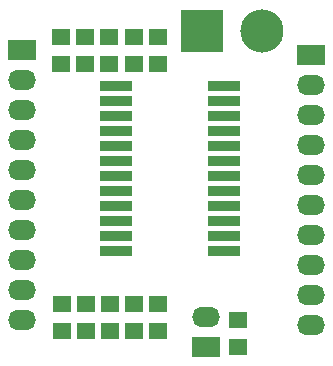
<source format=gts>
%FSTAX24Y24*%
%MOIN*%
G70*
G01*
G75*
G04 Layer_Color=8388736*
%ADD10R,0.0550X0.0500*%
%ADD11R,0.1030X0.0240*%
%ADD12C,0.0150*%
%ADD13C,0.0500*%
%ADD14C,0.0400*%
%ADD15C,0.0300*%
%ADD16C,0.0071*%
%ADD17O,0.0850X0.0600*%
%ADD18R,0.0850X0.0600*%
%ADD19R,0.1360X0.1360*%
%ADD20C,0.1360*%
%ADD21C,0.0060*%
%ADD22C,0.0040*%
%ADD23C,0.0050*%
%ADD24C,0.0070*%
%ADD25C,0.0100*%
%ADD26C,0.0030*%
%ADD27R,0.0630X0.0580*%
%ADD28R,0.1110X0.0320*%
%ADD29O,0.0930X0.0680*%
%ADD30R,0.0930X0.0680*%
%ADD31R,0.1440X0.1440*%
%ADD32C,0.1440*%
D27*
X034Y0254D02*
D03*
Y0245D02*
D03*
X03135Y03395D02*
D03*
Y03485D02*
D03*
X03055Y03395D02*
D03*
Y03485D02*
D03*
X0297Y03395D02*
D03*
Y03485D02*
D03*
X0289Y03395D02*
D03*
Y03485D02*
D03*
X0281Y03395D02*
D03*
Y03485D02*
D03*
X03135Y02595D02*
D03*
Y02505D02*
D03*
X03055Y02595D02*
D03*
Y02505D02*
D03*
X02975Y02595D02*
D03*
Y02505D02*
D03*
X02895Y02595D02*
D03*
Y02505D02*
D03*
X02815Y02595D02*
D03*
Y02505D02*
D03*
D28*
X03355Y0332D02*
D03*
Y0327D02*
D03*
Y0322D02*
D03*
Y0317D02*
D03*
Y0312D02*
D03*
Y0307D02*
D03*
Y0302D02*
D03*
Y0297D02*
D03*
Y0292D02*
D03*
Y0287D02*
D03*
Y0282D02*
D03*
Y0277D02*
D03*
X02995D02*
D03*
Y0282D02*
D03*
Y0287D02*
D03*
Y0292D02*
D03*
Y0297D02*
D03*
Y0302D02*
D03*
Y0307D02*
D03*
Y0312D02*
D03*
Y0317D02*
D03*
Y0322D02*
D03*
Y0327D02*
D03*
Y0332D02*
D03*
D29*
X03295Y0255D02*
D03*
X0268Y0274D02*
D03*
X0268Y0284D02*
D03*
Y0334D02*
D03*
Y0324D02*
D03*
Y0314D02*
D03*
Y0304D02*
D03*
Y0294D02*
D03*
Y0264D02*
D03*
Y0254D02*
D03*
X03645Y02725D02*
D03*
X03645Y02825D02*
D03*
Y03325D02*
D03*
Y03225D02*
D03*
Y03125D02*
D03*
Y03025D02*
D03*
Y02925D02*
D03*
Y02625D02*
D03*
Y02525D02*
D03*
D30*
X03295Y0245D02*
D03*
X0268Y0344D02*
D03*
X03645Y03425D02*
D03*
D31*
X0328Y03505D02*
D03*
D32*
X0348D02*
D03*
M02*

</source>
